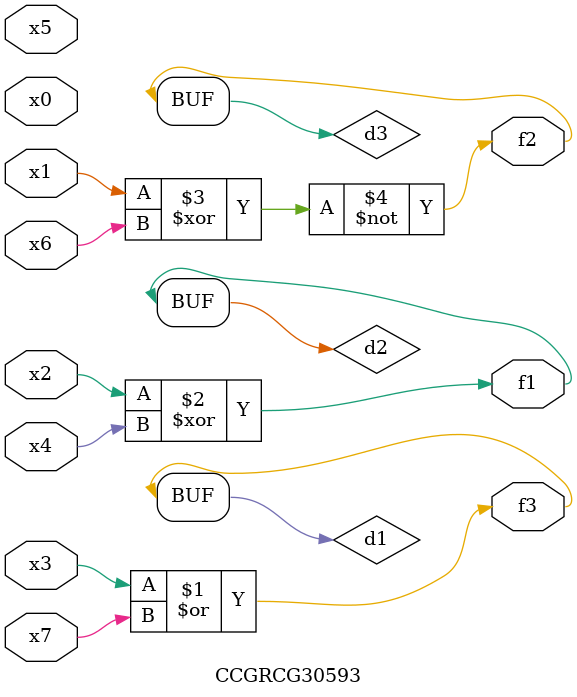
<source format=v>
module CCGRCG30593(
	input x0, x1, x2, x3, x4, x5, x6, x7,
	output f1, f2, f3
);

	wire d1, d2, d3;

	or (d1, x3, x7);
	xor (d2, x2, x4);
	xnor (d3, x1, x6);
	assign f1 = d2;
	assign f2 = d3;
	assign f3 = d1;
endmodule

</source>
